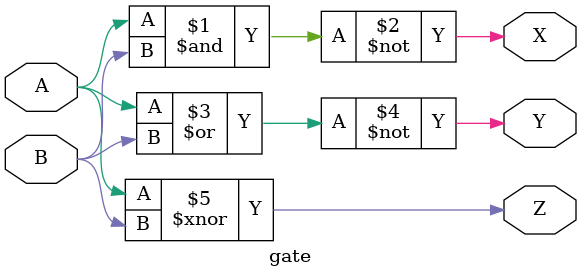
<source format=v>

module gate(
	A,B,
	X,Y,Z
);

 input A,B;
 output X,Y,Z;

 assign X=~(A&B);
 assign Y=~(A|B);
 assign Z=A~^B;

endmodule

</source>
